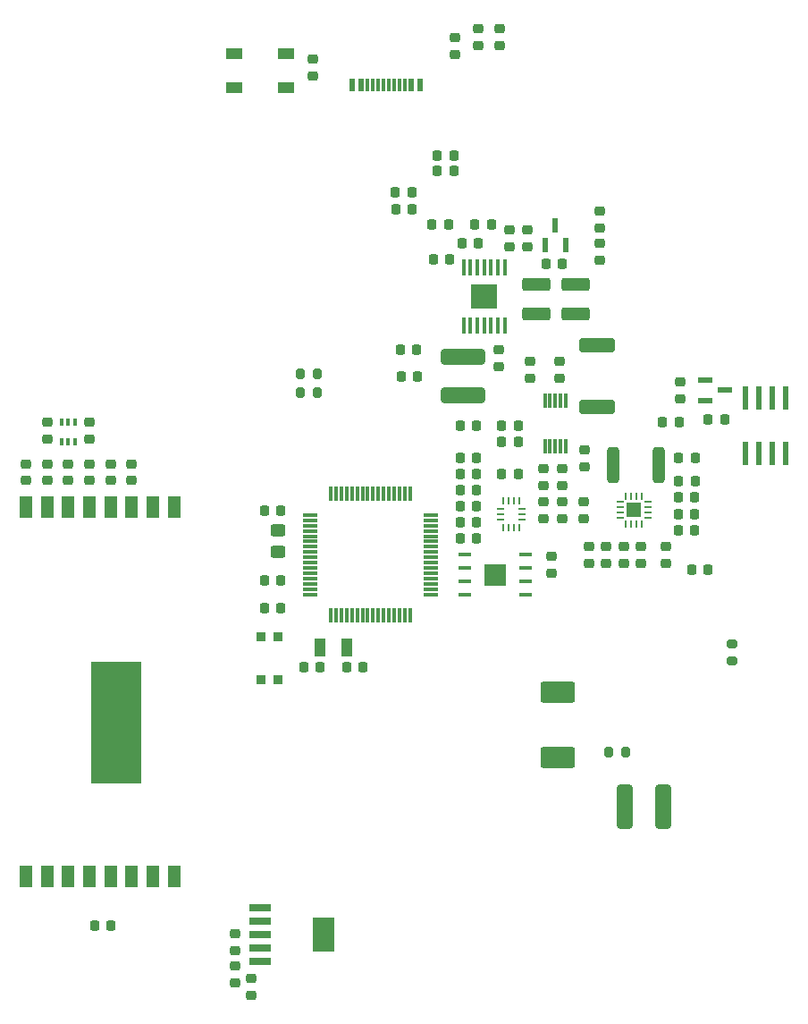
<source format=gtp>
%TF.GenerationSoftware,KiCad,Pcbnew,(6.0.5)*%
%TF.CreationDate,2022-08-04T22:39:57-07:00*%
%TF.ProjectId,mainboard,6d61696e-626f-4617-9264-2e6b69636164,rev?*%
%TF.SameCoordinates,Original*%
%TF.FileFunction,Paste,Top*%
%TF.FilePolarity,Positive*%
%FSLAX46Y46*%
G04 Gerber Fmt 4.6, Leading zero omitted, Abs format (unit mm)*
G04 Created by KiCad (PCBNEW (6.0.5)) date 2022-08-04 22:39:57*
%MOMM*%
%LPD*%
G01*
G04 APERTURE LIST*
G04 Aperture macros list*
%AMRoundRect*
0 Rectangle with rounded corners*
0 $1 Rounding radius*
0 $2 $3 $4 $5 $6 $7 $8 $9 X,Y pos of 4 corners*
0 Add a 4 corners polygon primitive as box body*
4,1,4,$2,$3,$4,$5,$6,$7,$8,$9,$2,$3,0*
0 Add four circle primitives for the rounded corners*
1,1,$1+$1,$2,$3*
1,1,$1+$1,$4,$5*
1,1,$1+$1,$6,$7*
1,1,$1+$1,$8,$9*
0 Add four rect primitives between the rounded corners*
20,1,$1+$1,$2,$3,$4,$5,0*
20,1,$1+$1,$4,$5,$6,$7,0*
20,1,$1+$1,$6,$7,$8,$9,0*
20,1,$1+$1,$8,$9,$2,$3,0*%
G04 Aperture macros list end*
%ADD10RoundRect,0.200000X-0.200000X-0.275000X0.200000X-0.275000X0.200000X0.275000X-0.200000X0.275000X0*%
%ADD11RoundRect,0.200000X0.275000X-0.200000X0.275000X0.200000X-0.275000X0.200000X-0.275000X-0.200000X0*%
%ADD12RoundRect,0.250000X-1.400000X0.750000X-1.400000X-0.750000X1.400000X-0.750000X1.400000X0.750000X0*%
%ADD13RoundRect,0.218750X0.218750X0.256250X-0.218750X0.256250X-0.218750X-0.256250X0.218750X-0.256250X0*%
%ADD14RoundRect,0.218750X-0.256250X0.218750X-0.256250X-0.218750X0.256250X-0.218750X0.256250X0.218750X0*%
%ADD15RoundRect,0.218750X-0.218750X-0.256250X0.218750X-0.256250X0.218750X0.256250X-0.218750X0.256250X0*%
%ADD16RoundRect,0.218750X0.256250X-0.218750X0.256250X0.218750X-0.256250X0.218750X-0.256250X-0.218750X0*%
%ADD17R,0.304800X1.600200*%
%ADD18R,2.460000X2.310000*%
%ADD19R,1.320800X0.558800*%
%ADD20R,0.300000X1.475000*%
%ADD21R,1.475000X0.300000*%
%ADD22R,0.609600X2.209800*%
%ADD23RoundRect,0.250000X-0.312500X-1.450000X0.312500X-1.450000X0.312500X1.450000X-0.312500X1.450000X0*%
%ADD24R,1.200000X0.450000*%
%ADD25R,2.100000X2.100000*%
%ADD26R,0.700000X0.250000*%
%ADD27R,0.250000X0.700000*%
%ADD28R,1.450000X1.450000*%
%ADD29R,1.500000X1.000000*%
%ADD30R,0.250000X0.675000*%
%ADD31R,0.675000X0.250000*%
%ADD32RoundRect,0.250000X-0.450000X0.325000X-0.450000X-0.325000X0.450000X-0.325000X0.450000X0.325000X0*%
%ADD33R,1.000000X1.800000*%
%ADD34RoundRect,0.250000X-1.425000X0.425000X-1.425000X-0.425000X1.425000X-0.425000X1.425000X0.425000X0*%
%ADD35RoundRect,0.333000X-1.767000X0.417000X-1.767000X-0.417000X1.767000X-0.417000X1.767000X0.417000X0*%
%ADD36R,0.558800X1.320800*%
%ADD37RoundRect,0.250000X1.075000X-0.375000X1.075000X0.375000X-1.075000X0.375000X-1.075000X-0.375000X0*%
%ADD38R,0.330200X1.350000*%
%ADD39R,1.300000X2.000000*%
%ADD40R,4.700000X11.500000*%
%ADD41R,0.900000X0.900000*%
%ADD42R,0.400000X0.650000*%
%ADD43R,2.000000X0.650000*%
%ADD44R,2.000000X3.200000*%
%ADD45R,0.600000X1.150000*%
%ADD46R,0.300000X1.150000*%
%ADD47RoundRect,0.200000X0.200000X0.275000X-0.200000X0.275000X-0.200000X-0.275000X0.200000X-0.275000X0*%
%ADD48RoundRect,0.333000X0.417000X1.767000X-0.417000X1.767000X-0.417000X-1.767000X0.417000X-1.767000X0*%
G04 APERTURE END LIST*
G36*
X158046100Y-81213096D02*
G01*
X155586100Y-81213096D01*
X155586100Y-78903096D01*
X158046100Y-78903096D01*
X158046100Y-81213096D01*
G37*
D10*
X168593000Y-123190000D03*
X170243000Y-123190000D03*
D11*
X180340000Y-114617000D03*
X180340000Y-112967000D03*
D12*
X163830000Y-117550000D03*
X163830000Y-123750000D03*
D13*
X176809500Y-95377000D03*
X175234500Y-95377000D03*
D14*
X174053500Y-103733500D03*
X174053500Y-105308500D03*
D15*
X176475600Y-105966096D03*
X178050600Y-105966096D03*
D16*
X168402000Y-105308500D03*
X168402000Y-103733500D03*
D15*
X175205600Y-99097896D03*
X176780600Y-99097896D03*
X175205600Y-102235000D03*
X176780600Y-102235000D03*
D14*
X166291134Y-99501696D03*
X166291134Y-101076696D03*
D15*
X178028500Y-91694000D03*
X179603500Y-91694000D03*
D17*
X158766134Y-77289496D03*
X158116121Y-77289496D03*
X157466112Y-77289496D03*
X156816100Y-77289496D03*
X156166088Y-77289496D03*
X155516079Y-77289496D03*
X154866066Y-77289496D03*
X154866066Y-82826696D03*
X155516079Y-82826696D03*
X156166088Y-82826696D03*
X156816100Y-82826696D03*
X157466112Y-82826696D03*
X158116121Y-82826696D03*
X158766134Y-82826696D03*
D18*
X156816100Y-80058096D03*
D15*
X148945500Y-87630000D03*
X150520500Y-87630000D03*
X148853100Y-85090000D03*
X150428100Y-85090000D03*
D16*
X158178500Y-86703000D03*
X158178500Y-85128000D03*
D13*
X153568500Y-76517500D03*
X151993500Y-76517500D03*
X156299000Y-75057000D03*
X154724000Y-75057000D03*
D19*
X177783800Y-87995596D03*
X177783800Y-89900596D03*
X179663400Y-88948096D03*
D14*
X166751000Y-103733500D03*
X166751000Y-105308500D03*
D15*
X162661500Y-76962000D03*
X164236500Y-76962000D03*
D20*
X142300000Y-110259000D03*
X142800000Y-110259000D03*
X143300000Y-110259000D03*
X143800000Y-110259000D03*
X144300000Y-110259000D03*
X144800000Y-110259000D03*
X145300000Y-110259000D03*
X145800000Y-110259000D03*
X146300000Y-110259000D03*
X146800000Y-110259000D03*
X147300000Y-110259000D03*
X147800000Y-110259000D03*
X148300000Y-110259000D03*
X148800000Y-110259000D03*
X149300000Y-110259000D03*
X149800000Y-110259000D03*
D21*
X151788000Y-108271000D03*
X151788000Y-107771000D03*
X151788000Y-107271000D03*
X151788000Y-106771000D03*
X151788000Y-106271000D03*
X151788000Y-105771000D03*
X151788000Y-105271000D03*
X151788000Y-104771000D03*
X151788000Y-104271000D03*
X151788000Y-103771000D03*
X151788000Y-103271000D03*
X151788000Y-102771000D03*
X151788000Y-102271000D03*
X151788000Y-101771000D03*
X151788000Y-101271000D03*
X151788000Y-100771000D03*
D20*
X149800000Y-98783000D03*
X149300000Y-98783000D03*
X148800000Y-98783000D03*
X148300000Y-98783000D03*
X147800000Y-98783000D03*
X147300000Y-98783000D03*
X146800000Y-98783000D03*
X146300000Y-98783000D03*
X145800000Y-98783000D03*
X145300000Y-98783000D03*
X144800000Y-98783000D03*
X144300000Y-98783000D03*
X143800000Y-98783000D03*
X143300000Y-98783000D03*
X142800000Y-98783000D03*
X142300000Y-98783000D03*
D21*
X140312000Y-100771000D03*
X140312000Y-101271000D03*
X140312000Y-101771000D03*
X140312000Y-102271000D03*
X140312000Y-102771000D03*
X140312000Y-103271000D03*
X140312000Y-103771000D03*
X140312000Y-104271000D03*
X140312000Y-104771000D03*
X140312000Y-105271000D03*
X140312000Y-105771000D03*
X140312000Y-106271000D03*
X140312000Y-106771000D03*
X140312000Y-107271000D03*
X140312000Y-107771000D03*
X140312000Y-108271000D03*
D22*
X185420000Y-89712800D03*
X184150000Y-89712800D03*
X182880000Y-89712800D03*
X181610000Y-89712800D03*
X181610000Y-94945200D03*
X182880000Y-94945200D03*
X184150000Y-94945200D03*
X185420000Y-94945200D03*
D23*
X169058500Y-96012000D03*
X173333500Y-96012000D03*
D15*
X135991500Y-100330000D03*
X137566500Y-100330000D03*
D24*
X154996000Y-104521000D03*
X154996000Y-105791000D03*
X154996000Y-107061000D03*
X154996000Y-108331000D03*
X160726000Y-108331000D03*
X160726000Y-107061000D03*
X160726000Y-105791000D03*
X160726000Y-104521000D03*
D25*
X157861000Y-106426000D03*
D15*
X154533500Y-95377000D03*
X156108500Y-95377000D03*
D26*
X172316100Y-101046496D03*
X172316100Y-100546496D03*
X172316100Y-100046496D03*
X172316100Y-99546496D03*
D27*
X171766100Y-98996496D03*
X171266100Y-98996496D03*
X170766100Y-98996496D03*
X170266100Y-98996496D03*
D26*
X169716100Y-99546496D03*
X169716100Y-100046496D03*
X169716100Y-100546496D03*
X169716100Y-101046496D03*
D27*
X170266100Y-101596496D03*
X170766100Y-101596496D03*
X171266100Y-101596496D03*
X171766100Y-101596496D03*
D28*
X171016100Y-100296496D03*
D13*
X137566500Y-109601000D03*
X135991500Y-109601000D03*
D16*
X154051000Y-57155500D03*
X154051000Y-55580500D03*
D14*
X158254700Y-54711500D03*
X158254700Y-56286500D03*
D13*
X153949500Y-66776600D03*
X152374500Y-66776600D03*
D15*
X148437500Y-71818500D03*
X150012500Y-71818500D03*
D14*
X159194500Y-73761500D03*
X159194500Y-75336500D03*
D15*
X151866500Y-73279000D03*
X153441500Y-73279000D03*
D29*
X138086000Y-60274000D03*
X138086000Y-57074000D03*
X133186000Y-57074000D03*
X133186000Y-60274000D03*
D13*
X156108500Y-102997000D03*
X154533500Y-102997000D03*
D14*
X162433000Y-99501696D03*
X162433000Y-101076696D03*
D30*
X158635000Y-101973000D03*
X159135000Y-101973000D03*
X159635000Y-101973000D03*
X160135000Y-101973000D03*
D31*
X160397000Y-101211000D03*
X160397000Y-100711000D03*
X160397000Y-100211000D03*
D30*
X160135000Y-99449000D03*
X159635000Y-99449000D03*
X159135000Y-99449000D03*
X158635000Y-99449000D03*
D31*
X158373000Y-100211000D03*
X158373000Y-100711000D03*
X158373000Y-101211000D03*
D16*
X164211000Y-101076696D03*
X164211000Y-99501696D03*
D14*
X163195000Y-104670596D03*
X163195000Y-106245596D03*
D15*
X135991500Y-106934000D03*
X137566500Y-106934000D03*
D32*
X137287000Y-102226000D03*
X137287000Y-104276000D03*
D15*
X175205600Y-100700296D03*
X176780600Y-100700296D03*
X175234500Y-97536000D03*
X176809500Y-97536000D03*
D16*
X140589000Y-59207500D03*
X140589000Y-57632500D03*
D13*
X157505500Y-73279000D03*
X155930500Y-73279000D03*
D15*
X148399500Y-70231000D03*
X149974500Y-70231000D03*
X154533500Y-99949000D03*
X156108500Y-99949000D03*
X154533500Y-101473000D03*
X156108500Y-101473000D03*
D13*
X160045500Y-96901000D03*
X158470500Y-96901000D03*
X156108500Y-98425000D03*
X154533500Y-98425000D03*
D16*
X162433000Y-97942500D03*
X162433000Y-96367500D03*
X164211000Y-97942500D03*
X164211000Y-96367500D03*
D15*
X158470500Y-93853000D03*
X160045500Y-93853000D03*
D16*
X166370000Y-96164500D03*
X166370000Y-94589500D03*
D13*
X156108500Y-96901000D03*
X154533500Y-96901000D03*
D15*
X143789300Y-115183920D03*
X145364300Y-115183920D03*
D33*
X141294800Y-113278920D03*
X143794800Y-113278920D03*
D13*
X141300300Y-115183920D03*
X139725300Y-115183920D03*
D15*
X154533500Y-92329000D03*
X156108500Y-92329000D03*
D16*
X160909000Y-75336500D03*
X160909000Y-73761500D03*
X156293500Y-56286500D03*
X156293500Y-54711500D03*
D34*
X167513000Y-84730000D03*
X167513000Y-90530000D03*
D35*
X154813000Y-85830000D03*
X154813000Y-89430000D03*
D36*
X162623500Y-75234800D03*
X164528500Y-75234800D03*
X163576000Y-73355200D03*
D13*
X175285500Y-91948000D03*
X173710500Y-91948000D03*
D14*
X175387000Y-88160596D03*
X175387000Y-89735596D03*
D37*
X161769100Y-81712096D03*
X161769100Y-78912096D03*
X165481000Y-81712096D03*
X165481000Y-78912096D03*
D15*
X158470500Y-92329000D03*
X160045500Y-92329000D03*
D14*
X167767000Y-71983500D03*
X167767000Y-73558500D03*
X163957000Y-86207500D03*
X163957000Y-87782500D03*
D38*
X164576001Y-89905000D03*
X164075999Y-89905000D03*
X163576000Y-89905000D03*
X163076001Y-89905000D03*
X162575999Y-89905000D03*
X162575999Y-94255000D03*
X163076001Y-94255000D03*
X163576000Y-94255000D03*
X164075999Y-94255000D03*
X164576001Y-94255000D03*
D39*
X113438600Y-135011500D03*
X115438600Y-135011500D03*
X117438600Y-135011500D03*
X119438600Y-135011500D03*
X121438600Y-135011500D03*
X123438600Y-135011500D03*
X125438600Y-135011500D03*
X127438600Y-135011500D03*
X127438600Y-100011500D03*
X125438600Y-100011500D03*
X123438600Y-100011500D03*
X121438600Y-100011500D03*
X119438600Y-100011500D03*
X117438600Y-100011500D03*
X115438600Y-100011500D03*
X113438600Y-100011500D03*
D40*
X121938600Y-120411500D03*
D14*
X133266000Y-143484500D03*
X133266000Y-145059500D03*
X170053000Y-103733500D03*
X170053000Y-105308500D03*
X171703040Y-103733500D03*
X171703040Y-105308500D03*
D41*
X135661500Y-112250000D03*
X135661500Y-116350000D03*
X137261500Y-112250000D03*
X137261500Y-116350000D03*
D16*
X167767000Y-76606500D03*
X167767000Y-75031500D03*
X115438600Y-97498000D03*
X115438600Y-95923000D03*
X113438600Y-97498000D03*
X113438600Y-95923000D03*
D14*
X119438600Y-95923000D03*
X119438600Y-97498000D03*
D16*
X121438600Y-97498000D03*
X121438600Y-95923000D03*
X119438600Y-93586400D03*
X119438600Y-92011400D03*
D42*
X116788600Y-93850500D03*
X117438600Y-93850500D03*
X118088600Y-93850500D03*
X118088600Y-91950500D03*
X117438600Y-91950500D03*
X116788600Y-91950500D03*
D14*
X115438600Y-92011400D03*
X115438600Y-93586400D03*
X117438600Y-95923000D03*
X117438600Y-97498000D03*
X123438600Y-95923000D03*
X123438600Y-97498000D03*
D43*
X135600000Y-137922000D03*
X135600000Y-139192000D03*
X135600000Y-140462000D03*
X135600000Y-141732000D03*
X135600000Y-143002000D03*
D44*
X141600000Y-140462000D03*
D15*
X119913300Y-139674600D03*
X121488300Y-139674600D03*
D14*
X134790000Y-144627500D03*
X134790000Y-146202500D03*
X133266000Y-140436500D03*
X133266000Y-142011500D03*
D15*
X152374500Y-68199000D03*
X153949500Y-68199000D03*
D14*
X161163000Y-86207500D03*
X161163000Y-87782500D03*
D45*
X150752000Y-60038000D03*
X149952000Y-60038000D03*
D46*
X148802000Y-60038000D03*
X147802000Y-60038000D03*
X147302000Y-60038000D03*
X146302000Y-60038000D03*
D45*
X145152000Y-60038000D03*
X144352000Y-60038000D03*
D46*
X145802000Y-60038000D03*
X146802000Y-60038000D03*
X148302000Y-60038000D03*
X149302000Y-60038000D03*
D47*
X141033000Y-89154000D03*
X139383000Y-89154000D03*
X141033000Y-87376000D03*
X139383000Y-87376000D03*
D48*
X173758000Y-128397000D03*
X170158000Y-128397000D03*
M02*

</source>
